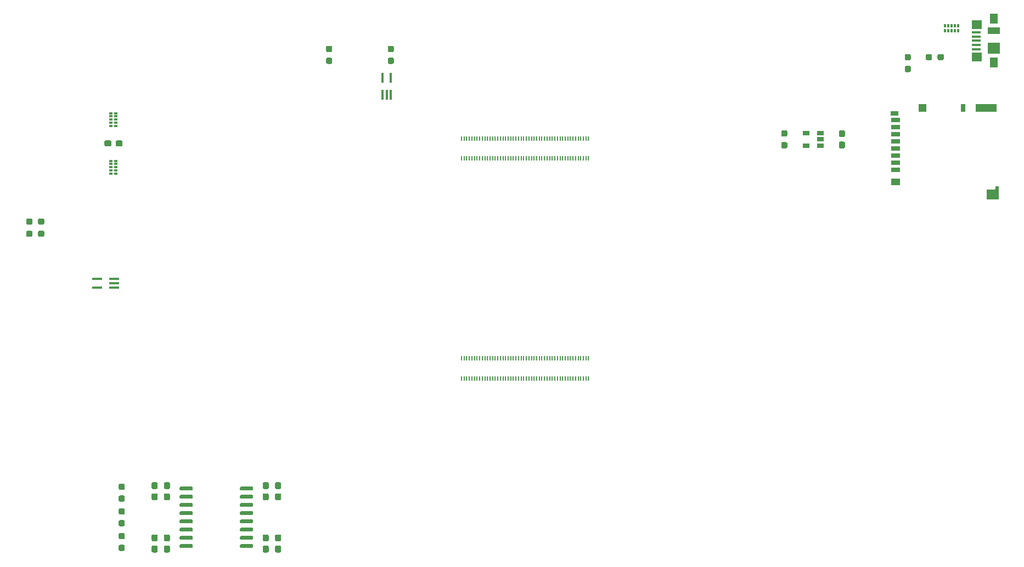
<source format=gbr>
%TF.GenerationSoftware,KiCad,Pcbnew,5.1.9+dfsg1-1~bpo10+1*%
%TF.CreationDate,2021-06-04T12:04:03+02:00*%
%TF.ProjectId,vacctrl_rpi,76616363-7472-46c5-9f72-70692e6b6963,1.0*%
%TF.SameCoordinates,Original*%
%TF.FileFunction,Paste,Top*%
%TF.FilePolarity,Positive*%
%FSLAX46Y46*%
G04 Gerber Fmt 4.6, Leading zero omitted, Abs format (unit mm)*
G04 Created by KiCad (PCBNEW 5.1.9+dfsg1-1~bpo10+1) date 2021-06-04 12:04:03*
%MOMM*%
%LPD*%
G01*
G04 APERTURE LIST*
%ADD10C,0.100000*%
%ADD11R,0.800000X1.200000*%
%ADD12R,0.500000X0.500000*%
%ADD13R,1.400000X0.700000*%
%ADD14R,1.200000X0.700000*%
%ADD15R,3.200000X1.200000*%
%ADD16R,1.200000X1.200000*%
%ADD17R,1.400000X1.000000*%
%ADD18R,1.900000X1.500000*%
%ADD19R,0.200000X0.700000*%
%ADD20R,0.550000X0.400000*%
%ADD21R,0.550000X0.300000*%
%ADD22R,0.400000X0.550000*%
%ADD23R,0.300000X0.550000*%
%ADD24R,1.500000X0.400000*%
%ADD25R,1.060000X0.650000*%
%ADD26R,1.900000X1.000000*%
%ADD27R,1.900000X1.800000*%
%ADD28R,1.300000X1.650000*%
%ADD29R,1.550000X1.425000*%
%ADD30R,1.380000X0.450000*%
%ADD31R,0.400000X1.500000*%
G04 APERTURE END LIST*
D10*
%TO.C,J1*%
G36*
X221326421Y-83295000D02*
G01*
X221185000Y-83436421D01*
X221043579Y-83295000D01*
X221185000Y-83153579D01*
X221326421Y-83295000D01*
G37*
D11*
X216135000Y-70745000D03*
D12*
X221435000Y-83045000D03*
D13*
X205735000Y-72545000D03*
X205735000Y-73645000D03*
X205735000Y-74745000D03*
X205735000Y-75845000D03*
X205735000Y-76945000D03*
X205735000Y-78045000D03*
X205735000Y-79145000D03*
D14*
X205635000Y-71595000D03*
D15*
X219735000Y-70745000D03*
D16*
X209935000Y-70745000D03*
D17*
X205735000Y-82145000D03*
D18*
X220735000Y-84045000D03*
D13*
X205735000Y-80245000D03*
%TD*%
D19*
%TO.C,U3*%
X138790000Y-78520000D03*
X138790000Y-75440000D03*
X139190000Y-78520000D03*
X139190000Y-75440000D03*
X139590000Y-78520000D03*
X139590000Y-75440000D03*
X139990000Y-78520000D03*
X139990000Y-75440000D03*
X140390000Y-78520000D03*
X140390000Y-75440000D03*
X140790000Y-78520000D03*
X140790000Y-75440000D03*
X141190000Y-78520000D03*
X141190000Y-75440000D03*
X141590000Y-78520000D03*
X141590000Y-75440000D03*
X141990000Y-78520000D03*
X141990000Y-75440000D03*
X142390000Y-78520000D03*
X142390000Y-75440000D03*
X142790000Y-78520000D03*
X142790000Y-75440000D03*
X143190000Y-78520000D03*
X143190000Y-75440000D03*
X143590000Y-78520000D03*
X143590000Y-75440000D03*
X143990000Y-78520000D03*
X143990000Y-75440000D03*
X144390000Y-78520000D03*
X144390000Y-75440000D03*
X144790000Y-78520000D03*
X144790000Y-75440000D03*
X145190000Y-78520000D03*
X145190000Y-75440000D03*
X145590000Y-78520000D03*
X145590000Y-75440000D03*
X145990000Y-78520000D03*
X145990000Y-75440000D03*
X146390000Y-78520000D03*
X146390000Y-75440000D03*
X146790000Y-78520000D03*
X146790000Y-75440000D03*
X147190000Y-78520000D03*
X147190000Y-75440000D03*
X147590000Y-78520000D03*
X147590000Y-75440000D03*
X147990000Y-78520000D03*
X147990000Y-75440000D03*
X148390000Y-78520000D03*
X148390000Y-75440000D03*
X148790000Y-78520000D03*
X148790000Y-75440000D03*
X149190000Y-78520000D03*
X149190000Y-75440000D03*
X149590000Y-78520000D03*
X149590000Y-75440000D03*
X149990000Y-78520000D03*
X149990000Y-75440000D03*
X150390000Y-78520000D03*
X150390000Y-75440000D03*
X150790000Y-78520000D03*
X150790000Y-75440000D03*
X151190000Y-78520000D03*
X151190000Y-75440000D03*
X151590000Y-78520000D03*
X151590000Y-75440000D03*
X151990000Y-78520000D03*
X151990000Y-75440000D03*
X152390000Y-78520000D03*
X152390000Y-75440000D03*
X152790000Y-78520000D03*
X152790000Y-75440000D03*
X153190000Y-78520000D03*
X153190000Y-75440000D03*
X153590000Y-78520000D03*
X153590000Y-75440000D03*
X153990000Y-78520000D03*
X153990000Y-75440000D03*
X154390000Y-78520000D03*
X154390000Y-75440000D03*
X154790000Y-78520000D03*
X154790000Y-75440000D03*
X155190000Y-78520000D03*
X155190000Y-75440000D03*
X155590000Y-78520000D03*
X155590000Y-75440000D03*
X155990000Y-78520000D03*
X155990000Y-75440000D03*
X156390000Y-78520000D03*
X156390000Y-75440000D03*
X156790000Y-78520000D03*
X156790000Y-75440000D03*
X157190000Y-78520000D03*
X157190000Y-75440000D03*
X157590000Y-78520000D03*
X157590000Y-75440000D03*
X157990000Y-78520000D03*
X157990000Y-75440000D03*
X158390000Y-78520000D03*
X158390000Y-75440000D03*
X153590000Y-109440000D03*
X153190000Y-109440000D03*
X155190000Y-109440000D03*
X150790000Y-112520000D03*
X154790000Y-112520000D03*
X150390000Y-112520000D03*
X156390000Y-109440000D03*
X158390000Y-109440000D03*
X149190000Y-109440000D03*
X148390000Y-109440000D03*
X151990000Y-112520000D03*
X151190000Y-109440000D03*
X151590000Y-109440000D03*
X154390000Y-112520000D03*
X157990000Y-112520000D03*
X154790000Y-109440000D03*
X155190000Y-112520000D03*
X152790000Y-112520000D03*
X152390000Y-109440000D03*
X153990000Y-112520000D03*
X151190000Y-112520000D03*
X149990000Y-112520000D03*
X155990000Y-112520000D03*
X158390000Y-112520000D03*
X157990000Y-109440000D03*
X157590000Y-112520000D03*
X157190000Y-109440000D03*
X156390000Y-112520000D03*
X148790000Y-109440000D03*
X151590000Y-112520000D03*
X156790000Y-109440000D03*
X153990000Y-109440000D03*
X148790000Y-112520000D03*
X152790000Y-109440000D03*
X156790000Y-112520000D03*
X157590000Y-109440000D03*
X157190000Y-112520000D03*
X152390000Y-112520000D03*
X155990000Y-109440000D03*
X149590000Y-112520000D03*
X150790000Y-109440000D03*
X148390000Y-112520000D03*
X153590000Y-112520000D03*
X155590000Y-112520000D03*
X153190000Y-112520000D03*
X150390000Y-109440000D03*
X149990000Y-109440000D03*
X155590000Y-109440000D03*
X149590000Y-109440000D03*
X151990000Y-109440000D03*
X149190000Y-112520000D03*
X154390000Y-109440000D03*
X147190000Y-112520000D03*
X145190000Y-109440000D03*
X138790000Y-109440000D03*
X139990000Y-112520000D03*
X139590000Y-109440000D03*
X146790000Y-112520000D03*
X143190000Y-112520000D03*
X146390000Y-109440000D03*
X146390000Y-112520000D03*
X145990000Y-109440000D03*
X145590000Y-112520000D03*
X144390000Y-112520000D03*
X141190000Y-112520000D03*
X145990000Y-112520000D03*
X145590000Y-109440000D03*
X145190000Y-112520000D03*
X143990000Y-112520000D03*
X144790000Y-109440000D03*
X143590000Y-112520000D03*
X139990000Y-109440000D03*
X144790000Y-112520000D03*
X144390000Y-109440000D03*
X142390000Y-112520000D03*
X141990000Y-109440000D03*
X140790000Y-109440000D03*
X143990000Y-109440000D03*
X143590000Y-109440000D03*
X141590000Y-112520000D03*
X143190000Y-109440000D03*
X142390000Y-109440000D03*
X142790000Y-112520000D03*
X141190000Y-109440000D03*
X140390000Y-112520000D03*
X139590000Y-112520000D03*
X138790000Y-112520000D03*
X140390000Y-109440000D03*
X146790000Y-109440000D03*
X142790000Y-109440000D03*
X139190000Y-109440000D03*
X141590000Y-109440000D03*
X140790000Y-112520000D03*
X141990000Y-112520000D03*
X139190000Y-112520000D03*
X147990000Y-109440000D03*
X147990000Y-112520000D03*
X147590000Y-109440000D03*
X147590000Y-112520000D03*
X147190000Y-109440000D03*
%TD*%
%TO.C,R8*%
G36*
G01*
X86597500Y-133560000D02*
X86122500Y-133560000D01*
G75*
G02*
X85885000Y-133322500I0J237500D01*
G01*
X85885000Y-132822500D01*
G75*
G02*
X86122500Y-132585000I237500J0D01*
G01*
X86597500Y-132585000D01*
G75*
G02*
X86835000Y-132822500I0J-237500D01*
G01*
X86835000Y-133322500D01*
G75*
G02*
X86597500Y-133560000I-237500J0D01*
G01*
G37*
G36*
G01*
X86597500Y-135385000D02*
X86122500Y-135385000D01*
G75*
G02*
X85885000Y-135147500I0J237500D01*
G01*
X85885000Y-134647500D01*
G75*
G02*
X86122500Y-134410000I237500J0D01*
G01*
X86597500Y-134410000D01*
G75*
G02*
X86835000Y-134647500I0J-237500D01*
G01*
X86835000Y-135147500D01*
G75*
G02*
X86597500Y-135385000I-237500J0D01*
G01*
G37*
%TD*%
D20*
%TO.C,U8*%
X84705000Y-72517000D03*
D21*
X84705000Y-73517000D03*
X84705000Y-72017000D03*
X84705000Y-71517000D03*
X84705000Y-73017000D03*
X85475000Y-71517000D03*
X85475000Y-72017000D03*
D20*
X85475000Y-72517000D03*
D21*
X85475000Y-73017000D03*
X85475000Y-73517000D03*
%TD*%
D20*
%TO.C,U7*%
X84705000Y-79883000D03*
D21*
X84705000Y-80883000D03*
X84705000Y-79383000D03*
X84705000Y-78883000D03*
X84705000Y-80383000D03*
X85475000Y-78883000D03*
X85475000Y-79383000D03*
D20*
X85475000Y-79883000D03*
D21*
X85475000Y-80383000D03*
X85475000Y-80883000D03*
%TD*%
%TO.C,U5*%
G36*
G01*
X97340000Y-138280000D02*
X97340000Y-138580000D01*
G75*
G02*
X97190000Y-138730000I-150000J0D01*
G01*
X95440000Y-138730000D01*
G75*
G02*
X95290000Y-138580000I0J150000D01*
G01*
X95290000Y-138280000D01*
G75*
G02*
X95440000Y-138130000I150000J0D01*
G01*
X97190000Y-138130000D01*
G75*
G02*
X97340000Y-138280000I0J-150000D01*
G01*
G37*
G36*
G01*
X97340000Y-137010000D02*
X97340000Y-137310000D01*
G75*
G02*
X97190000Y-137460000I-150000J0D01*
G01*
X95440000Y-137460000D01*
G75*
G02*
X95290000Y-137310000I0J150000D01*
G01*
X95290000Y-137010000D01*
G75*
G02*
X95440000Y-136860000I150000J0D01*
G01*
X97190000Y-136860000D01*
G75*
G02*
X97340000Y-137010000I0J-150000D01*
G01*
G37*
G36*
G01*
X97340000Y-135740000D02*
X97340000Y-136040000D01*
G75*
G02*
X97190000Y-136190000I-150000J0D01*
G01*
X95440000Y-136190000D01*
G75*
G02*
X95290000Y-136040000I0J150000D01*
G01*
X95290000Y-135740000D01*
G75*
G02*
X95440000Y-135590000I150000J0D01*
G01*
X97190000Y-135590000D01*
G75*
G02*
X97340000Y-135740000I0J-150000D01*
G01*
G37*
G36*
G01*
X97340000Y-134470000D02*
X97340000Y-134770000D01*
G75*
G02*
X97190000Y-134920000I-150000J0D01*
G01*
X95440000Y-134920000D01*
G75*
G02*
X95290000Y-134770000I0J150000D01*
G01*
X95290000Y-134470000D01*
G75*
G02*
X95440000Y-134320000I150000J0D01*
G01*
X97190000Y-134320000D01*
G75*
G02*
X97340000Y-134470000I0J-150000D01*
G01*
G37*
G36*
G01*
X97340000Y-133200000D02*
X97340000Y-133500000D01*
G75*
G02*
X97190000Y-133650000I-150000J0D01*
G01*
X95440000Y-133650000D01*
G75*
G02*
X95290000Y-133500000I0J150000D01*
G01*
X95290000Y-133200000D01*
G75*
G02*
X95440000Y-133050000I150000J0D01*
G01*
X97190000Y-133050000D01*
G75*
G02*
X97340000Y-133200000I0J-150000D01*
G01*
G37*
G36*
G01*
X97340000Y-131930000D02*
X97340000Y-132230000D01*
G75*
G02*
X97190000Y-132380000I-150000J0D01*
G01*
X95440000Y-132380000D01*
G75*
G02*
X95290000Y-132230000I0J150000D01*
G01*
X95290000Y-131930000D01*
G75*
G02*
X95440000Y-131780000I150000J0D01*
G01*
X97190000Y-131780000D01*
G75*
G02*
X97340000Y-131930000I0J-150000D01*
G01*
G37*
G36*
G01*
X97340000Y-130660000D02*
X97340000Y-130960000D01*
G75*
G02*
X97190000Y-131110000I-150000J0D01*
G01*
X95440000Y-131110000D01*
G75*
G02*
X95290000Y-130960000I0J150000D01*
G01*
X95290000Y-130660000D01*
G75*
G02*
X95440000Y-130510000I150000J0D01*
G01*
X97190000Y-130510000D01*
G75*
G02*
X97340000Y-130660000I0J-150000D01*
G01*
G37*
G36*
G01*
X97340000Y-129390000D02*
X97340000Y-129690000D01*
G75*
G02*
X97190000Y-129840000I-150000J0D01*
G01*
X95440000Y-129840000D01*
G75*
G02*
X95290000Y-129690000I0J150000D01*
G01*
X95290000Y-129390000D01*
G75*
G02*
X95440000Y-129240000I150000J0D01*
G01*
X97190000Y-129240000D01*
G75*
G02*
X97340000Y-129390000I0J-150000D01*
G01*
G37*
G36*
G01*
X106640000Y-129390000D02*
X106640000Y-129690000D01*
G75*
G02*
X106490000Y-129840000I-150000J0D01*
G01*
X104740000Y-129840000D01*
G75*
G02*
X104590000Y-129690000I0J150000D01*
G01*
X104590000Y-129390000D01*
G75*
G02*
X104740000Y-129240000I150000J0D01*
G01*
X106490000Y-129240000D01*
G75*
G02*
X106640000Y-129390000I0J-150000D01*
G01*
G37*
G36*
G01*
X106640000Y-130660000D02*
X106640000Y-130960000D01*
G75*
G02*
X106490000Y-131110000I-150000J0D01*
G01*
X104740000Y-131110000D01*
G75*
G02*
X104590000Y-130960000I0J150000D01*
G01*
X104590000Y-130660000D01*
G75*
G02*
X104740000Y-130510000I150000J0D01*
G01*
X106490000Y-130510000D01*
G75*
G02*
X106640000Y-130660000I0J-150000D01*
G01*
G37*
G36*
G01*
X106640000Y-131930000D02*
X106640000Y-132230000D01*
G75*
G02*
X106490000Y-132380000I-150000J0D01*
G01*
X104740000Y-132380000D01*
G75*
G02*
X104590000Y-132230000I0J150000D01*
G01*
X104590000Y-131930000D01*
G75*
G02*
X104740000Y-131780000I150000J0D01*
G01*
X106490000Y-131780000D01*
G75*
G02*
X106640000Y-131930000I0J-150000D01*
G01*
G37*
G36*
G01*
X106640000Y-133200000D02*
X106640000Y-133500000D01*
G75*
G02*
X106490000Y-133650000I-150000J0D01*
G01*
X104740000Y-133650000D01*
G75*
G02*
X104590000Y-133500000I0J150000D01*
G01*
X104590000Y-133200000D01*
G75*
G02*
X104740000Y-133050000I150000J0D01*
G01*
X106490000Y-133050000D01*
G75*
G02*
X106640000Y-133200000I0J-150000D01*
G01*
G37*
G36*
G01*
X106640000Y-134470000D02*
X106640000Y-134770000D01*
G75*
G02*
X106490000Y-134920000I-150000J0D01*
G01*
X104740000Y-134920000D01*
G75*
G02*
X104590000Y-134770000I0J150000D01*
G01*
X104590000Y-134470000D01*
G75*
G02*
X104740000Y-134320000I150000J0D01*
G01*
X106490000Y-134320000D01*
G75*
G02*
X106640000Y-134470000I0J-150000D01*
G01*
G37*
G36*
G01*
X106640000Y-135740000D02*
X106640000Y-136040000D01*
G75*
G02*
X106490000Y-136190000I-150000J0D01*
G01*
X104740000Y-136190000D01*
G75*
G02*
X104590000Y-136040000I0J150000D01*
G01*
X104590000Y-135740000D01*
G75*
G02*
X104740000Y-135590000I150000J0D01*
G01*
X106490000Y-135590000D01*
G75*
G02*
X106640000Y-135740000I0J-150000D01*
G01*
G37*
G36*
G01*
X106640000Y-137010000D02*
X106640000Y-137310000D01*
G75*
G02*
X106490000Y-137460000I-150000J0D01*
G01*
X104740000Y-137460000D01*
G75*
G02*
X104590000Y-137310000I0J150000D01*
G01*
X104590000Y-137010000D01*
G75*
G02*
X104740000Y-136860000I150000J0D01*
G01*
X106490000Y-136860000D01*
G75*
G02*
X106640000Y-137010000I0J-150000D01*
G01*
G37*
G36*
G01*
X106640000Y-138280000D02*
X106640000Y-138580000D01*
G75*
G02*
X106490000Y-138730000I-150000J0D01*
G01*
X104740000Y-138730000D01*
G75*
G02*
X104590000Y-138580000I0J150000D01*
G01*
X104590000Y-138280000D01*
G75*
G02*
X104740000Y-138130000I150000J0D01*
G01*
X106490000Y-138130000D01*
G75*
G02*
X106640000Y-138280000I0J-150000D01*
G01*
G37*
%TD*%
%TO.C,R9*%
G36*
G01*
X86597500Y-129750000D02*
X86122500Y-129750000D01*
G75*
G02*
X85885000Y-129512500I0J237500D01*
G01*
X85885000Y-129012500D01*
G75*
G02*
X86122500Y-128775000I237500J0D01*
G01*
X86597500Y-128775000D01*
G75*
G02*
X86835000Y-129012500I0J-237500D01*
G01*
X86835000Y-129512500D01*
G75*
G02*
X86597500Y-129750000I-237500J0D01*
G01*
G37*
G36*
G01*
X86597500Y-131575000D02*
X86122500Y-131575000D01*
G75*
G02*
X85885000Y-131337500I0J237500D01*
G01*
X85885000Y-130837500D01*
G75*
G02*
X86122500Y-130600000I237500J0D01*
G01*
X86597500Y-130600000D01*
G75*
G02*
X86835000Y-130837500I0J-237500D01*
G01*
X86835000Y-131337500D01*
G75*
G02*
X86597500Y-131575000I-237500J0D01*
G01*
G37*
%TD*%
%TO.C,R7*%
G36*
G01*
X86597500Y-137370000D02*
X86122500Y-137370000D01*
G75*
G02*
X85885000Y-137132500I0J237500D01*
G01*
X85885000Y-136632500D01*
G75*
G02*
X86122500Y-136395000I237500J0D01*
G01*
X86597500Y-136395000D01*
G75*
G02*
X86835000Y-136632500I0J-237500D01*
G01*
X86835000Y-137132500D01*
G75*
G02*
X86597500Y-137370000I-237500J0D01*
G01*
G37*
G36*
G01*
X86597500Y-139195000D02*
X86122500Y-139195000D01*
G75*
G02*
X85885000Y-138957500I0J237500D01*
G01*
X85885000Y-138457500D01*
G75*
G02*
X86122500Y-138220000I237500J0D01*
G01*
X86597500Y-138220000D01*
G75*
G02*
X86835000Y-138457500I0J-237500D01*
G01*
X86835000Y-138957500D01*
G75*
G02*
X86597500Y-139195000I-237500J0D01*
G01*
G37*
%TD*%
%TO.C,R4*%
G36*
G01*
X72600000Y-89932500D02*
X72600000Y-90407500D01*
G75*
G02*
X72362500Y-90645000I-237500J0D01*
G01*
X71862500Y-90645000D01*
G75*
G02*
X71625000Y-90407500I0J237500D01*
G01*
X71625000Y-89932500D01*
G75*
G02*
X71862500Y-89695000I237500J0D01*
G01*
X72362500Y-89695000D01*
G75*
G02*
X72600000Y-89932500I0J-237500D01*
G01*
G37*
G36*
G01*
X74425000Y-89932500D02*
X74425000Y-90407500D01*
G75*
G02*
X74187500Y-90645000I-237500J0D01*
G01*
X73687500Y-90645000D01*
G75*
G02*
X73450000Y-90407500I0J237500D01*
G01*
X73450000Y-89932500D01*
G75*
G02*
X73687500Y-89695000I237500J0D01*
G01*
X74187500Y-89695000D01*
G75*
G02*
X74425000Y-89932500I0J-237500D01*
G01*
G37*
%TD*%
%TO.C,R3*%
G36*
G01*
X73450000Y-88502500D02*
X73450000Y-88027500D01*
G75*
G02*
X73687500Y-87790000I237500J0D01*
G01*
X74187500Y-87790000D01*
G75*
G02*
X74425000Y-88027500I0J-237500D01*
G01*
X74425000Y-88502500D01*
G75*
G02*
X74187500Y-88740000I-237500J0D01*
G01*
X73687500Y-88740000D01*
G75*
G02*
X73450000Y-88502500I0J237500D01*
G01*
G37*
G36*
G01*
X71625000Y-88502500D02*
X71625000Y-88027500D01*
G75*
G02*
X71862500Y-87790000I237500J0D01*
G01*
X72362500Y-87790000D01*
G75*
G02*
X72600000Y-88027500I0J-237500D01*
G01*
X72600000Y-88502500D01*
G75*
G02*
X72362500Y-88740000I-237500J0D01*
G01*
X71862500Y-88740000D01*
G75*
G02*
X71625000Y-88502500I0J237500D01*
G01*
G37*
%TD*%
%TO.C,C11*%
G36*
G01*
X91202500Y-138347500D02*
X91677500Y-138347500D01*
G75*
G02*
X91915000Y-138585000I0J-237500D01*
G01*
X91915000Y-139185000D01*
G75*
G02*
X91677500Y-139422500I-237500J0D01*
G01*
X91202500Y-139422500D01*
G75*
G02*
X90965000Y-139185000I0J237500D01*
G01*
X90965000Y-138585000D01*
G75*
G02*
X91202500Y-138347500I237500J0D01*
G01*
G37*
G36*
G01*
X91202500Y-136622500D02*
X91677500Y-136622500D01*
G75*
G02*
X91915000Y-136860000I0J-237500D01*
G01*
X91915000Y-137460000D01*
G75*
G02*
X91677500Y-137697500I-237500J0D01*
G01*
X91202500Y-137697500D01*
G75*
G02*
X90965000Y-137460000I0J237500D01*
G01*
X90965000Y-136860000D01*
G75*
G02*
X91202500Y-136622500I237500J0D01*
G01*
G37*
%TD*%
%TO.C,C10*%
G36*
G01*
X93107500Y-138347500D02*
X93582500Y-138347500D01*
G75*
G02*
X93820000Y-138585000I0J-237500D01*
G01*
X93820000Y-139185000D01*
G75*
G02*
X93582500Y-139422500I-237500J0D01*
G01*
X93107500Y-139422500D01*
G75*
G02*
X92870000Y-139185000I0J237500D01*
G01*
X92870000Y-138585000D01*
G75*
G02*
X93107500Y-138347500I237500J0D01*
G01*
G37*
G36*
G01*
X93107500Y-136622500D02*
X93582500Y-136622500D01*
G75*
G02*
X93820000Y-136860000I0J-237500D01*
G01*
X93820000Y-137460000D01*
G75*
G02*
X93582500Y-137697500I-237500J0D01*
G01*
X93107500Y-137697500D01*
G75*
G02*
X92870000Y-137460000I0J237500D01*
G01*
X92870000Y-136860000D01*
G75*
G02*
X93107500Y-136622500I237500J0D01*
G01*
G37*
%TD*%
%TO.C,C9*%
G36*
G01*
X93582500Y-129622500D02*
X93107500Y-129622500D01*
G75*
G02*
X92870000Y-129385000I0J237500D01*
G01*
X92870000Y-128785000D01*
G75*
G02*
X93107500Y-128547500I237500J0D01*
G01*
X93582500Y-128547500D01*
G75*
G02*
X93820000Y-128785000I0J-237500D01*
G01*
X93820000Y-129385000D01*
G75*
G02*
X93582500Y-129622500I-237500J0D01*
G01*
G37*
G36*
G01*
X93582500Y-131347500D02*
X93107500Y-131347500D01*
G75*
G02*
X92870000Y-131110000I0J237500D01*
G01*
X92870000Y-130510000D01*
G75*
G02*
X93107500Y-130272500I237500J0D01*
G01*
X93582500Y-130272500D01*
G75*
G02*
X93820000Y-130510000I0J-237500D01*
G01*
X93820000Y-131110000D01*
G75*
G02*
X93582500Y-131347500I-237500J0D01*
G01*
G37*
%TD*%
%TO.C,C7*%
G36*
G01*
X91677500Y-129622500D02*
X91202500Y-129622500D01*
G75*
G02*
X90965000Y-129385000I0J237500D01*
G01*
X90965000Y-128785000D01*
G75*
G02*
X91202500Y-128547500I237500J0D01*
G01*
X91677500Y-128547500D01*
G75*
G02*
X91915000Y-128785000I0J-237500D01*
G01*
X91915000Y-129385000D01*
G75*
G02*
X91677500Y-129622500I-237500J0D01*
G01*
G37*
G36*
G01*
X91677500Y-131347500D02*
X91202500Y-131347500D01*
G75*
G02*
X90965000Y-131110000I0J237500D01*
G01*
X90965000Y-130510000D01*
G75*
G02*
X91202500Y-130272500I237500J0D01*
G01*
X91677500Y-130272500D01*
G75*
G02*
X91915000Y-130510000I0J-237500D01*
G01*
X91915000Y-131110000D01*
G75*
G02*
X91677500Y-131347500I-237500J0D01*
G01*
G37*
%TD*%
%TO.C,C6*%
G36*
G01*
X110252500Y-138347500D02*
X110727500Y-138347500D01*
G75*
G02*
X110965000Y-138585000I0J-237500D01*
G01*
X110965000Y-139185000D01*
G75*
G02*
X110727500Y-139422500I-237500J0D01*
G01*
X110252500Y-139422500D01*
G75*
G02*
X110015000Y-139185000I0J237500D01*
G01*
X110015000Y-138585000D01*
G75*
G02*
X110252500Y-138347500I237500J0D01*
G01*
G37*
G36*
G01*
X110252500Y-136622500D02*
X110727500Y-136622500D01*
G75*
G02*
X110965000Y-136860000I0J-237500D01*
G01*
X110965000Y-137460000D01*
G75*
G02*
X110727500Y-137697500I-237500J0D01*
G01*
X110252500Y-137697500D01*
G75*
G02*
X110015000Y-137460000I0J237500D01*
G01*
X110015000Y-136860000D01*
G75*
G02*
X110252500Y-136622500I237500J0D01*
G01*
G37*
%TD*%
%TO.C,C5*%
G36*
G01*
X108347500Y-138347500D02*
X108822500Y-138347500D01*
G75*
G02*
X109060000Y-138585000I0J-237500D01*
G01*
X109060000Y-139185000D01*
G75*
G02*
X108822500Y-139422500I-237500J0D01*
G01*
X108347500Y-139422500D01*
G75*
G02*
X108110000Y-139185000I0J237500D01*
G01*
X108110000Y-138585000D01*
G75*
G02*
X108347500Y-138347500I237500J0D01*
G01*
G37*
G36*
G01*
X108347500Y-136622500D02*
X108822500Y-136622500D01*
G75*
G02*
X109060000Y-136860000I0J-237500D01*
G01*
X109060000Y-137460000D01*
G75*
G02*
X108822500Y-137697500I-237500J0D01*
G01*
X108347500Y-137697500D01*
G75*
G02*
X108110000Y-137460000I0J237500D01*
G01*
X108110000Y-136860000D01*
G75*
G02*
X108347500Y-136622500I237500J0D01*
G01*
G37*
%TD*%
%TO.C,C4*%
G36*
G01*
X110727500Y-129622500D02*
X110252500Y-129622500D01*
G75*
G02*
X110015000Y-129385000I0J237500D01*
G01*
X110015000Y-128785000D01*
G75*
G02*
X110252500Y-128547500I237500J0D01*
G01*
X110727500Y-128547500D01*
G75*
G02*
X110965000Y-128785000I0J-237500D01*
G01*
X110965000Y-129385000D01*
G75*
G02*
X110727500Y-129622500I-237500J0D01*
G01*
G37*
G36*
G01*
X110727500Y-131347500D02*
X110252500Y-131347500D01*
G75*
G02*
X110015000Y-131110000I0J237500D01*
G01*
X110015000Y-130510000D01*
G75*
G02*
X110252500Y-130272500I237500J0D01*
G01*
X110727500Y-130272500D01*
G75*
G02*
X110965000Y-130510000I0J-237500D01*
G01*
X110965000Y-131110000D01*
G75*
G02*
X110727500Y-131347500I-237500J0D01*
G01*
G37*
%TD*%
%TO.C,C3*%
G36*
G01*
X108822500Y-129622500D02*
X108347500Y-129622500D01*
G75*
G02*
X108110000Y-129385000I0J237500D01*
G01*
X108110000Y-128785000D01*
G75*
G02*
X108347500Y-128547500I237500J0D01*
G01*
X108822500Y-128547500D01*
G75*
G02*
X109060000Y-128785000I0J-237500D01*
G01*
X109060000Y-129385000D01*
G75*
G02*
X108822500Y-129622500I-237500J0D01*
G01*
G37*
G36*
G01*
X108822500Y-131347500D02*
X108347500Y-131347500D01*
G75*
G02*
X108110000Y-131110000I0J237500D01*
G01*
X108110000Y-130510000D01*
G75*
G02*
X108347500Y-130272500I237500J0D01*
G01*
X108822500Y-130272500D01*
G75*
G02*
X109060000Y-130510000I0J-237500D01*
G01*
X109060000Y-131110000D01*
G75*
G02*
X108822500Y-131347500I-237500J0D01*
G01*
G37*
%TD*%
%TO.C,C1*%
G36*
G01*
X84765000Y-75962500D02*
X84765000Y-76437500D01*
G75*
G02*
X84527500Y-76675000I-237500J0D01*
G01*
X83927500Y-76675000D01*
G75*
G02*
X83690000Y-76437500I0J237500D01*
G01*
X83690000Y-75962500D01*
G75*
G02*
X83927500Y-75725000I237500J0D01*
G01*
X84527500Y-75725000D01*
G75*
G02*
X84765000Y-75962500I0J-237500D01*
G01*
G37*
G36*
G01*
X86490000Y-75962500D02*
X86490000Y-76437500D01*
G75*
G02*
X86252500Y-76675000I-237500J0D01*
G01*
X85652500Y-76675000D01*
G75*
G02*
X85415000Y-76437500I0J237500D01*
G01*
X85415000Y-75962500D01*
G75*
G02*
X85652500Y-75725000I237500J0D01*
G01*
X86252500Y-75725000D01*
G75*
G02*
X86490000Y-75962500I0J-237500D01*
G01*
G37*
%TD*%
D22*
%TO.C,U4*%
X214376000Y-58035000D03*
D23*
X213376000Y-58035000D03*
X214876000Y-58035000D03*
X215376000Y-58035000D03*
X213876000Y-58035000D03*
X215376000Y-58805000D03*
X214876000Y-58805000D03*
D22*
X214376000Y-58805000D03*
D23*
X213876000Y-58805000D03*
X213376000Y-58805000D03*
%TD*%
%TO.C,R13*%
G36*
G01*
X188832500Y-75140000D02*
X188357500Y-75140000D01*
G75*
G02*
X188120000Y-74902500I0J237500D01*
G01*
X188120000Y-74402500D01*
G75*
G02*
X188357500Y-74165000I237500J0D01*
G01*
X188832500Y-74165000D01*
G75*
G02*
X189070000Y-74402500I0J-237500D01*
G01*
X189070000Y-74902500D01*
G75*
G02*
X188832500Y-75140000I-237500J0D01*
G01*
G37*
G36*
G01*
X188832500Y-76965000D02*
X188357500Y-76965000D01*
G75*
G02*
X188120000Y-76727500I0J237500D01*
G01*
X188120000Y-76227500D01*
G75*
G02*
X188357500Y-75990000I237500J0D01*
G01*
X188832500Y-75990000D01*
G75*
G02*
X189070000Y-76227500I0J-237500D01*
G01*
X189070000Y-76727500D01*
G75*
G02*
X188832500Y-76965000I-237500J0D01*
G01*
G37*
%TD*%
D24*
%TO.C,U2*%
X82550000Y-98455000D03*
X82550000Y-97155000D03*
X85210000Y-97155000D03*
X85210000Y-97805000D03*
X85210000Y-98455000D03*
%TD*%
D25*
%TO.C,U6*%
X191940000Y-76515000D03*
X191940000Y-74615000D03*
X194140000Y-74615000D03*
X194140000Y-75565000D03*
X194140000Y-76515000D03*
%TD*%
%TO.C,R6*%
G36*
G01*
X207407500Y-64202500D02*
X207882500Y-64202500D01*
G75*
G02*
X208120000Y-64440000I0J-237500D01*
G01*
X208120000Y-64940000D01*
G75*
G02*
X207882500Y-65177500I-237500J0D01*
G01*
X207407500Y-65177500D01*
G75*
G02*
X207170000Y-64940000I0J237500D01*
G01*
X207170000Y-64440000D01*
G75*
G02*
X207407500Y-64202500I237500J0D01*
G01*
G37*
G36*
G01*
X207407500Y-62377500D02*
X207882500Y-62377500D01*
G75*
G02*
X208120000Y-62615000I0J-237500D01*
G01*
X208120000Y-63115000D01*
G75*
G02*
X207882500Y-63352500I-237500J0D01*
G01*
X207407500Y-63352500D01*
G75*
G02*
X207170000Y-63115000I0J237500D01*
G01*
X207170000Y-62615000D01*
G75*
G02*
X207407500Y-62377500I237500J0D01*
G01*
G37*
%TD*%
%TO.C,R5*%
G36*
G01*
X212237500Y-63102500D02*
X212237500Y-62627500D01*
G75*
G02*
X212475000Y-62390000I237500J0D01*
G01*
X212975000Y-62390000D01*
G75*
G02*
X213212500Y-62627500I0J-237500D01*
G01*
X213212500Y-63102500D01*
G75*
G02*
X212975000Y-63340000I-237500J0D01*
G01*
X212475000Y-63340000D01*
G75*
G02*
X212237500Y-63102500I0J237500D01*
G01*
G37*
G36*
G01*
X210412500Y-63102500D02*
X210412500Y-62627500D01*
G75*
G02*
X210650000Y-62390000I237500J0D01*
G01*
X211150000Y-62390000D01*
G75*
G02*
X211387500Y-62627500I0J-237500D01*
G01*
X211387500Y-63102500D01*
G75*
G02*
X211150000Y-63340000I-237500J0D01*
G01*
X210650000Y-63340000D01*
G75*
G02*
X210412500Y-63102500I0J237500D01*
G01*
G37*
%TD*%
D26*
%TO.C,J3*%
X220910000Y-58775000D03*
D27*
X220910000Y-61475000D03*
D28*
X220910000Y-56950000D03*
X220910000Y-63700000D03*
D29*
X218335000Y-57837500D03*
X218335000Y-62812500D03*
D30*
X218250000Y-59025000D03*
X218250000Y-59675000D03*
X218250000Y-60325000D03*
X218250000Y-60975000D03*
X218250000Y-61625000D03*
%TD*%
D31*
%TO.C,U1*%
X126589000Y-66040000D03*
X127889000Y-66040000D03*
X127889000Y-68700000D03*
X127239000Y-68700000D03*
X126589000Y-68700000D03*
%TD*%
%TO.C,R1*%
G36*
G01*
X127651500Y-62932500D02*
X128126500Y-62932500D01*
G75*
G02*
X128364000Y-63170000I0J-237500D01*
G01*
X128364000Y-63670000D01*
G75*
G02*
X128126500Y-63907500I-237500J0D01*
G01*
X127651500Y-63907500D01*
G75*
G02*
X127414000Y-63670000I0J237500D01*
G01*
X127414000Y-63170000D01*
G75*
G02*
X127651500Y-62932500I237500J0D01*
G01*
G37*
G36*
G01*
X127651500Y-61107500D02*
X128126500Y-61107500D01*
G75*
G02*
X128364000Y-61345000I0J-237500D01*
G01*
X128364000Y-61845000D01*
G75*
G02*
X128126500Y-62082500I-237500J0D01*
G01*
X127651500Y-62082500D01*
G75*
G02*
X127414000Y-61845000I0J237500D01*
G01*
X127414000Y-61345000D01*
G75*
G02*
X127651500Y-61107500I237500J0D01*
G01*
G37*
%TD*%
%TO.C,R2*%
G36*
G01*
X118601500Y-62082500D02*
X118126500Y-62082500D01*
G75*
G02*
X117889000Y-61845000I0J237500D01*
G01*
X117889000Y-61345000D01*
G75*
G02*
X118126500Y-61107500I237500J0D01*
G01*
X118601500Y-61107500D01*
G75*
G02*
X118839000Y-61345000I0J-237500D01*
G01*
X118839000Y-61845000D01*
G75*
G02*
X118601500Y-62082500I-237500J0D01*
G01*
G37*
G36*
G01*
X118601500Y-63907500D02*
X118126500Y-63907500D01*
G75*
G02*
X117889000Y-63670000I0J237500D01*
G01*
X117889000Y-63170000D01*
G75*
G02*
X118126500Y-62932500I237500J0D01*
G01*
X118601500Y-62932500D01*
G75*
G02*
X118839000Y-63170000I0J-237500D01*
G01*
X118839000Y-63670000D01*
G75*
G02*
X118601500Y-63907500I-237500J0D01*
G01*
G37*
%TD*%
%TO.C,C12*%
G36*
G01*
X197722500Y-75215000D02*
X197247500Y-75215000D01*
G75*
G02*
X197010000Y-74977500I0J237500D01*
G01*
X197010000Y-74402500D01*
G75*
G02*
X197247500Y-74165000I237500J0D01*
G01*
X197722500Y-74165000D01*
G75*
G02*
X197960000Y-74402500I0J-237500D01*
G01*
X197960000Y-74977500D01*
G75*
G02*
X197722500Y-75215000I-237500J0D01*
G01*
G37*
G36*
G01*
X197722500Y-76965000D02*
X197247500Y-76965000D01*
G75*
G02*
X197010000Y-76727500I0J237500D01*
G01*
X197010000Y-76152500D01*
G75*
G02*
X197247500Y-75915000I237500J0D01*
G01*
X197722500Y-75915000D01*
G75*
G02*
X197960000Y-76152500I0J-237500D01*
G01*
X197960000Y-76727500D01*
G75*
G02*
X197722500Y-76965000I-237500J0D01*
G01*
G37*
%TD*%
M02*

</source>
